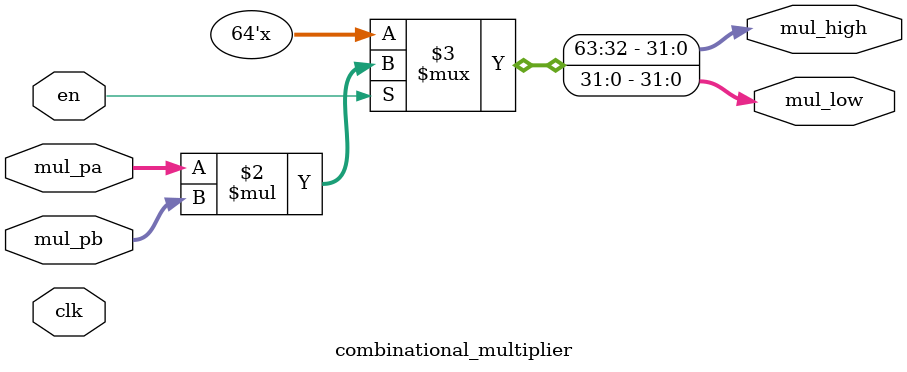
<source format=v>
`timescale 1ns / 1ps

module combinational_multiplier(
         input [31:0] mul_pa,
         input [31:0] mul_pb,
         input        en,
		 input        clk,
         output reg [31:0] mul_high,
         output reg [31:0] mul_low
       );


always@(*)
  begin
    if(en)
      begin
        {mul_high, mul_low} <= mul_pa * mul_pb;
      end
  end

endmodule

</source>
